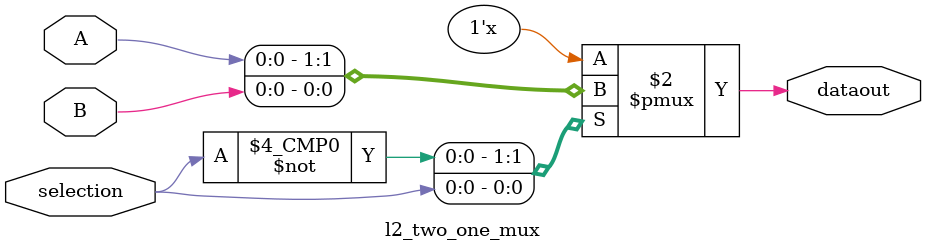
<source format=sv>
module l2_two_one_mux
(
input logic selection, 
input logic A, 
input logic B,
output logic dataout
);

always_comb begin
    dataout = 1'b0;

    case(selection)
    1'b0: dataout = A;
    1'b1: dataout = B;
    endcase

end


endmodule

</source>
